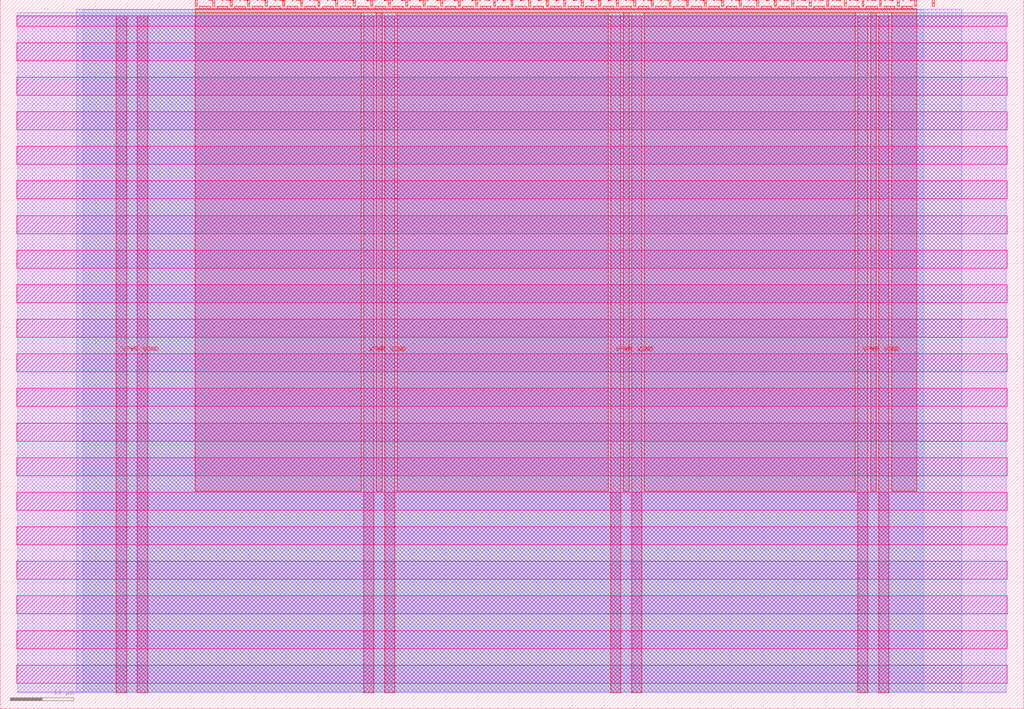
<source format=lef>
VERSION 5.7 ;
  NOWIREEXTENSIONATPIN ON ;
  DIVIDERCHAR "/" ;
  BUSBITCHARS "[]" ;
MACRO tt_um_rejunity_vga_logo
  CLASS BLOCK ;
  FOREIGN tt_um_rejunity_vga_logo ;
  ORIGIN 0.000 0.000 ;
  SIZE 161.000 BY 111.520 ;
  PIN VGND
    DIRECTION INOUT ;
    USE GROUND ;
    PORT
      LAYER met4 ;
        RECT 21.580 2.480 23.180 109.040 ;
    END
    PORT
      LAYER met4 ;
        RECT 60.450 2.480 62.050 109.040 ;
    END
    PORT
      LAYER met4 ;
        RECT 99.320 2.480 100.920 109.040 ;
    END
    PORT
      LAYER met4 ;
        RECT 138.190 2.480 139.790 109.040 ;
    END
  END VGND
  PIN VPWR
    DIRECTION INOUT ;
    USE POWER ;
    PORT
      LAYER met4 ;
        RECT 18.280 2.480 19.880 109.040 ;
    END
    PORT
      LAYER met4 ;
        RECT 57.150 2.480 58.750 109.040 ;
    END
    PORT
      LAYER met4 ;
        RECT 96.020 2.480 97.620 109.040 ;
    END
    PORT
      LAYER met4 ;
        RECT 134.890 2.480 136.490 109.040 ;
    END
  END VPWR
  PIN clk
    DIRECTION INPUT ;
    USE SIGNAL ;
    ANTENNAGATEAREA 0.852000 ;
    PORT
      LAYER met4 ;
        RECT 143.830 110.520 144.130 111.520 ;
    END
  END clk
  PIN ena
    DIRECTION INPUT ;
    USE SIGNAL ;
    PORT
      LAYER met4 ;
        RECT 146.590 110.520 146.890 111.520 ;
    END
  END ena
  PIN rst_n
    DIRECTION INPUT ;
    USE SIGNAL ;
    ANTENNAGATEAREA 0.196500 ;
    PORT
      LAYER met4 ;
        RECT 141.070 110.520 141.370 111.520 ;
    END
  END rst_n
  PIN ui_in[0]
    DIRECTION INPUT ;
    USE SIGNAL ;
    PORT
      LAYER met4 ;
        RECT 138.310 110.520 138.610 111.520 ;
    END
  END ui_in[0]
  PIN ui_in[1]
    DIRECTION INPUT ;
    USE SIGNAL ;
    PORT
      LAYER met4 ;
        RECT 135.550 110.520 135.850 111.520 ;
    END
  END ui_in[1]
  PIN ui_in[2]
    DIRECTION INPUT ;
    USE SIGNAL ;
    PORT
      LAYER met4 ;
        RECT 132.790 110.520 133.090 111.520 ;
    END
  END ui_in[2]
  PIN ui_in[3]
    DIRECTION INPUT ;
    USE SIGNAL ;
    PORT
      LAYER met4 ;
        RECT 130.030 110.520 130.330 111.520 ;
    END
  END ui_in[3]
  PIN ui_in[4]
    DIRECTION INPUT ;
    USE SIGNAL ;
    PORT
      LAYER met4 ;
        RECT 127.270 110.520 127.570 111.520 ;
    END
  END ui_in[4]
  PIN ui_in[5]
    DIRECTION INPUT ;
    USE SIGNAL ;
    PORT
      LAYER met4 ;
        RECT 124.510 110.520 124.810 111.520 ;
    END
  END ui_in[5]
  PIN ui_in[6]
    DIRECTION INPUT ;
    USE SIGNAL ;
    PORT
      LAYER met4 ;
        RECT 121.750 110.520 122.050 111.520 ;
    END
  END ui_in[6]
  PIN ui_in[7]
    DIRECTION INPUT ;
    USE SIGNAL ;
    PORT
      LAYER met4 ;
        RECT 118.990 110.520 119.290 111.520 ;
    END
  END ui_in[7]
  PIN uio_in[0]
    DIRECTION INPUT ;
    USE SIGNAL ;
    PORT
      LAYER met4 ;
        RECT 116.230 110.520 116.530 111.520 ;
    END
  END uio_in[0]
  PIN uio_in[1]
    DIRECTION INPUT ;
    USE SIGNAL ;
    PORT
      LAYER met4 ;
        RECT 113.470 110.520 113.770 111.520 ;
    END
  END uio_in[1]
  PIN uio_in[2]
    DIRECTION INPUT ;
    USE SIGNAL ;
    PORT
      LAYER met4 ;
        RECT 110.710 110.520 111.010 111.520 ;
    END
  END uio_in[2]
  PIN uio_in[3]
    DIRECTION INPUT ;
    USE SIGNAL ;
    PORT
      LAYER met4 ;
        RECT 107.950 110.520 108.250 111.520 ;
    END
  END uio_in[3]
  PIN uio_in[4]
    DIRECTION INPUT ;
    USE SIGNAL ;
    PORT
      LAYER met4 ;
        RECT 105.190 110.520 105.490 111.520 ;
    END
  END uio_in[4]
  PIN uio_in[5]
    DIRECTION INPUT ;
    USE SIGNAL ;
    PORT
      LAYER met4 ;
        RECT 102.430 110.520 102.730 111.520 ;
    END
  END uio_in[5]
  PIN uio_in[6]
    DIRECTION INPUT ;
    USE SIGNAL ;
    PORT
      LAYER met4 ;
        RECT 99.670 110.520 99.970 111.520 ;
    END
  END uio_in[6]
  PIN uio_in[7]
    DIRECTION INPUT ;
    USE SIGNAL ;
    PORT
      LAYER met4 ;
        RECT 96.910 110.520 97.210 111.520 ;
    END
  END uio_in[7]
  PIN uio_oe[0]
    DIRECTION OUTPUT ;
    USE SIGNAL ;
    ANTENNADIFFAREA 0.445500 ;
    PORT
      LAYER met4 ;
        RECT 49.990 110.520 50.290 111.520 ;
    END
  END uio_oe[0]
  PIN uio_oe[1]
    DIRECTION OUTPUT ;
    USE SIGNAL ;
    ANTENNADIFFAREA 0.445500 ;
    PORT
      LAYER met4 ;
        RECT 47.230 110.520 47.530 111.520 ;
    END
  END uio_oe[1]
  PIN uio_oe[2]
    DIRECTION OUTPUT ;
    USE SIGNAL ;
    ANTENNADIFFAREA 0.445500 ;
    PORT
      LAYER met4 ;
        RECT 44.470 110.520 44.770 111.520 ;
    END
  END uio_oe[2]
  PIN uio_oe[3]
    DIRECTION OUTPUT ;
    USE SIGNAL ;
    ANTENNADIFFAREA 0.445500 ;
    PORT
      LAYER met4 ;
        RECT 41.710 110.520 42.010 111.520 ;
    END
  END uio_oe[3]
  PIN uio_oe[4]
    DIRECTION OUTPUT ;
    USE SIGNAL ;
    ANTENNADIFFAREA 0.445500 ;
    PORT
      LAYER met4 ;
        RECT 38.950 110.520 39.250 111.520 ;
    END
  END uio_oe[4]
  PIN uio_oe[5]
    DIRECTION OUTPUT ;
    USE SIGNAL ;
    ANTENNADIFFAREA 0.445500 ;
    PORT
      LAYER met4 ;
        RECT 36.190 110.520 36.490 111.520 ;
    END
  END uio_oe[5]
  PIN uio_oe[6]
    DIRECTION OUTPUT ;
    USE SIGNAL ;
    ANTENNADIFFAREA 0.445500 ;
    PORT
      LAYER met4 ;
        RECT 33.430 110.520 33.730 111.520 ;
    END
  END uio_oe[6]
  PIN uio_oe[7]
    DIRECTION OUTPUT ;
    USE SIGNAL ;
    ANTENNADIFFAREA 0.445500 ;
    PORT
      LAYER met4 ;
        RECT 30.670 110.520 30.970 111.520 ;
    END
  END uio_oe[7]
  PIN uio_out[0]
    DIRECTION OUTPUT ;
    USE SIGNAL ;
    ANTENNADIFFAREA 0.445500 ;
    PORT
      LAYER met4 ;
        RECT 72.070 110.520 72.370 111.520 ;
    END
  END uio_out[0]
  PIN uio_out[1]
    DIRECTION OUTPUT ;
    USE SIGNAL ;
    ANTENNADIFFAREA 0.445500 ;
    PORT
      LAYER met4 ;
        RECT 69.310 110.520 69.610 111.520 ;
    END
  END uio_out[1]
  PIN uio_out[2]
    DIRECTION OUTPUT ;
    USE SIGNAL ;
    ANTENNADIFFAREA 0.445500 ;
    PORT
      LAYER met4 ;
        RECT 66.550 110.520 66.850 111.520 ;
    END
  END uio_out[2]
  PIN uio_out[3]
    DIRECTION OUTPUT ;
    USE SIGNAL ;
    ANTENNADIFFAREA 0.445500 ;
    PORT
      LAYER met4 ;
        RECT 63.790 110.520 64.090 111.520 ;
    END
  END uio_out[3]
  PIN uio_out[4]
    DIRECTION OUTPUT ;
    USE SIGNAL ;
    ANTENNADIFFAREA 0.445500 ;
    PORT
      LAYER met4 ;
        RECT 61.030 110.520 61.330 111.520 ;
    END
  END uio_out[4]
  PIN uio_out[5]
    DIRECTION OUTPUT ;
    USE SIGNAL ;
    ANTENNADIFFAREA 0.445500 ;
    PORT
      LAYER met4 ;
        RECT 58.270 110.520 58.570 111.520 ;
    END
  END uio_out[5]
  PIN uio_out[6]
    DIRECTION OUTPUT ;
    USE SIGNAL ;
    ANTENNADIFFAREA 0.445500 ;
    PORT
      LAYER met4 ;
        RECT 55.510 110.520 55.810 111.520 ;
    END
  END uio_out[6]
  PIN uio_out[7]
    DIRECTION OUTPUT ;
    USE SIGNAL ;
    ANTENNADIFFAREA 0.445500 ;
    PORT
      LAYER met4 ;
        RECT 52.750 110.520 53.050 111.520 ;
    END
  END uio_out[7]
  PIN uo_out[0]
    DIRECTION OUTPUT ;
    USE SIGNAL ;
    ANTENNADIFFAREA 0.445500 ;
    PORT
      LAYER met4 ;
        RECT 94.150 110.520 94.450 111.520 ;
    END
  END uo_out[0]
  PIN uo_out[1]
    DIRECTION OUTPUT ;
    USE SIGNAL ;
    ANTENNADIFFAREA 0.445500 ;
    PORT
      LAYER met4 ;
        RECT 91.390 110.520 91.690 111.520 ;
    END
  END uo_out[1]
  PIN uo_out[2]
    DIRECTION OUTPUT ;
    USE SIGNAL ;
    ANTENNADIFFAREA 0.445500 ;
    PORT
      LAYER met4 ;
        RECT 88.630 110.520 88.930 111.520 ;
    END
  END uo_out[2]
  PIN uo_out[3]
    DIRECTION OUTPUT ;
    USE SIGNAL ;
    ANTENNADIFFAREA 0.445500 ;
    PORT
      LAYER met4 ;
        RECT 85.870 110.520 86.170 111.520 ;
    END
  END uo_out[3]
  PIN uo_out[4]
    DIRECTION OUTPUT ;
    USE SIGNAL ;
    ANTENNADIFFAREA 0.445500 ;
    PORT
      LAYER met4 ;
        RECT 83.110 110.520 83.410 111.520 ;
    END
  END uo_out[4]
  PIN uo_out[5]
    DIRECTION OUTPUT ;
    USE SIGNAL ;
    ANTENNADIFFAREA 0.445500 ;
    PORT
      LAYER met4 ;
        RECT 80.350 110.520 80.650 111.520 ;
    END
  END uo_out[5]
  PIN uo_out[6]
    DIRECTION OUTPUT ;
    USE SIGNAL ;
    ANTENNADIFFAREA 0.445500 ;
    PORT
      LAYER met4 ;
        RECT 77.590 110.520 77.890 111.520 ;
    END
  END uo_out[6]
  PIN uo_out[7]
    DIRECTION OUTPUT ;
    USE SIGNAL ;
    ANTENNADIFFAREA 0.445500 ;
    PORT
      LAYER met4 ;
        RECT 74.830 110.520 75.130 111.520 ;
    END
  END uo_out[7]
  OBS
      LAYER nwell ;
        RECT 2.570 107.385 158.430 108.990 ;
        RECT 2.570 101.945 158.430 104.775 ;
        RECT 2.570 96.505 158.430 99.335 ;
        RECT 2.570 91.065 158.430 93.895 ;
        RECT 2.570 85.625 158.430 88.455 ;
        RECT 2.570 80.185 158.430 83.015 ;
        RECT 2.570 74.745 158.430 77.575 ;
        RECT 2.570 69.305 158.430 72.135 ;
        RECT 2.570 63.865 158.430 66.695 ;
        RECT 2.570 58.425 158.430 61.255 ;
        RECT 2.570 52.985 158.430 55.815 ;
        RECT 2.570 47.545 158.430 50.375 ;
        RECT 2.570 42.105 158.430 44.935 ;
        RECT 2.570 36.665 158.430 39.495 ;
        RECT 2.570 31.225 158.430 34.055 ;
        RECT 2.570 25.785 158.430 28.615 ;
        RECT 2.570 20.345 158.430 23.175 ;
        RECT 2.570 14.905 158.430 17.735 ;
        RECT 2.570 9.465 158.430 12.295 ;
        RECT 2.570 4.025 158.430 6.855 ;
      LAYER li1 ;
        RECT 2.760 2.635 158.240 108.885 ;
      LAYER met1 ;
        RECT 2.760 2.480 158.240 109.440 ;
      LAYER met2 ;
        RECT 12.060 2.535 151.240 110.005 ;
      LAYER met3 ;
        RECT 12.945 2.555 145.295 109.985 ;
      LAYER met4 ;
        RECT 31.370 110.120 33.030 110.520 ;
        RECT 34.130 110.120 35.790 110.520 ;
        RECT 36.890 110.120 38.550 110.520 ;
        RECT 39.650 110.120 41.310 110.520 ;
        RECT 42.410 110.120 44.070 110.520 ;
        RECT 45.170 110.120 46.830 110.520 ;
        RECT 47.930 110.120 49.590 110.520 ;
        RECT 50.690 110.120 52.350 110.520 ;
        RECT 53.450 110.120 55.110 110.520 ;
        RECT 56.210 110.120 57.870 110.520 ;
        RECT 58.970 110.120 60.630 110.520 ;
        RECT 61.730 110.120 63.390 110.520 ;
        RECT 64.490 110.120 66.150 110.520 ;
        RECT 67.250 110.120 68.910 110.520 ;
        RECT 70.010 110.120 71.670 110.520 ;
        RECT 72.770 110.120 74.430 110.520 ;
        RECT 75.530 110.120 77.190 110.520 ;
        RECT 78.290 110.120 79.950 110.520 ;
        RECT 81.050 110.120 82.710 110.520 ;
        RECT 83.810 110.120 85.470 110.520 ;
        RECT 86.570 110.120 88.230 110.520 ;
        RECT 89.330 110.120 90.990 110.520 ;
        RECT 92.090 110.120 93.750 110.520 ;
        RECT 94.850 110.120 96.510 110.520 ;
        RECT 97.610 110.120 99.270 110.520 ;
        RECT 100.370 110.120 102.030 110.520 ;
        RECT 103.130 110.120 104.790 110.520 ;
        RECT 105.890 110.120 107.550 110.520 ;
        RECT 108.650 110.120 110.310 110.520 ;
        RECT 111.410 110.120 113.070 110.520 ;
        RECT 114.170 110.120 115.830 110.520 ;
        RECT 116.930 110.120 118.590 110.520 ;
        RECT 119.690 110.120 121.350 110.520 ;
        RECT 122.450 110.120 124.110 110.520 ;
        RECT 125.210 110.120 126.870 110.520 ;
        RECT 127.970 110.120 129.630 110.520 ;
        RECT 130.730 110.120 132.390 110.520 ;
        RECT 133.490 110.120 135.150 110.520 ;
        RECT 136.250 110.120 137.910 110.520 ;
        RECT 139.010 110.120 140.670 110.520 ;
        RECT 141.770 110.120 143.430 110.520 ;
        RECT 30.655 109.440 144.145 110.120 ;
        RECT 30.655 34.175 56.750 109.440 ;
        RECT 59.150 34.175 60.050 109.440 ;
        RECT 62.450 34.175 95.620 109.440 ;
        RECT 98.020 34.175 98.920 109.440 ;
        RECT 101.320 34.175 134.490 109.440 ;
        RECT 136.890 34.175 137.790 109.440 ;
        RECT 140.190 34.175 144.145 109.440 ;
  END
END tt_um_rejunity_vga_logo
END LIBRARY


</source>
